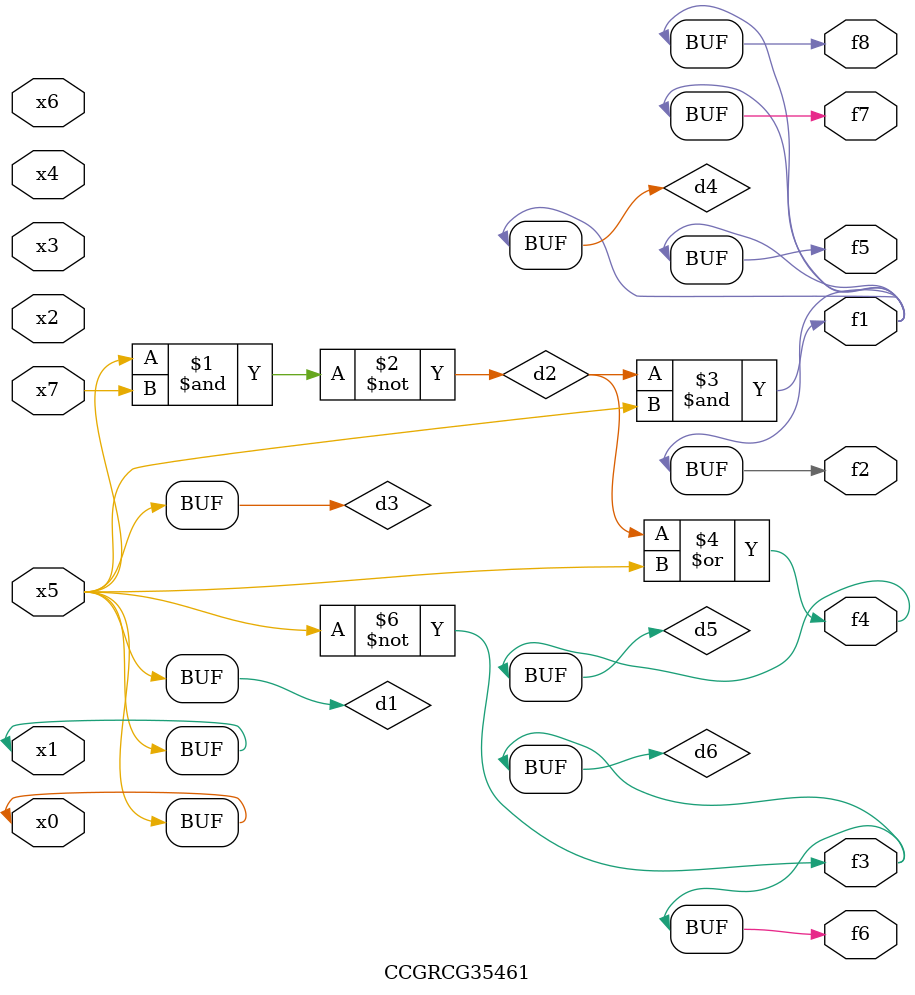
<source format=v>
module CCGRCG35461(
	input x0, x1, x2, x3, x4, x5, x6, x7,
	output f1, f2, f3, f4, f5, f6, f7, f8
);

	wire d1, d2, d3, d4, d5, d6;

	buf (d1, x0, x5);
	nand (d2, x5, x7);
	buf (d3, x0, x1);
	and (d4, d2, d3);
	or (d5, d2, d3);
	nor (d6, d1, d3);
	assign f1 = d4;
	assign f2 = d4;
	assign f3 = d6;
	assign f4 = d5;
	assign f5 = d4;
	assign f6 = d6;
	assign f7 = d4;
	assign f8 = d4;
endmodule

</source>
